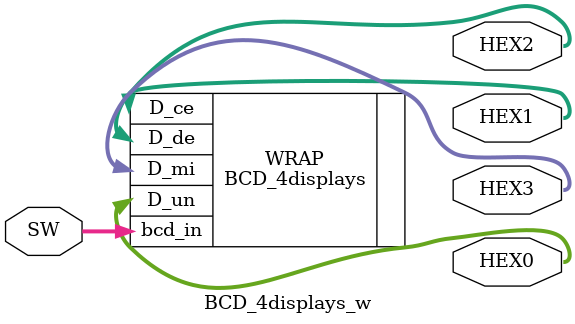
<source format=v>
module BCD_4displays_w( 
	input [9:0] SW, 
	output [0:6] HEX0,
	output [0:6] HEX1,
	output [0:6] HEX2,
	output [0:6] HEX3
	); 
	
	BCD_4displays WRAP( 
		.bcd_in(SW), 	
		.D_un(HEX0),
		.D_de(HEX1),
		.D_ce(HEX2), 
		.D_mi(HEX3)
); 

endmodule 


</source>
